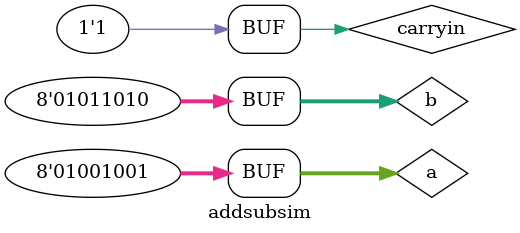
<source format=v>
`timescale 1ns / 1ps


module addsubsim(

    );
    wire carryout;
    wire [7:0]sum;
    reg carryin;
    reg [7:0]a,b;
    addsub q(carryout,sum,carryin,a,b);
    initial begin
    carryin <= 1'b1;
    a[0]<=1;
    b[0]<=0;
    a[1]<=0;
    b[1]<=1;
    a[2]<=0;
    b[2]<=0;
    a[3]<=1;
    b[3]<=1;
    a[4]<=0;
    b[4]<=1;
    a[5]<=0;
    b[5]<=0;
    a[6]<=1;
    b[6]<=1;
    a[7]<=0;
    b[7]<=0;
    end   
endmodule

</source>
